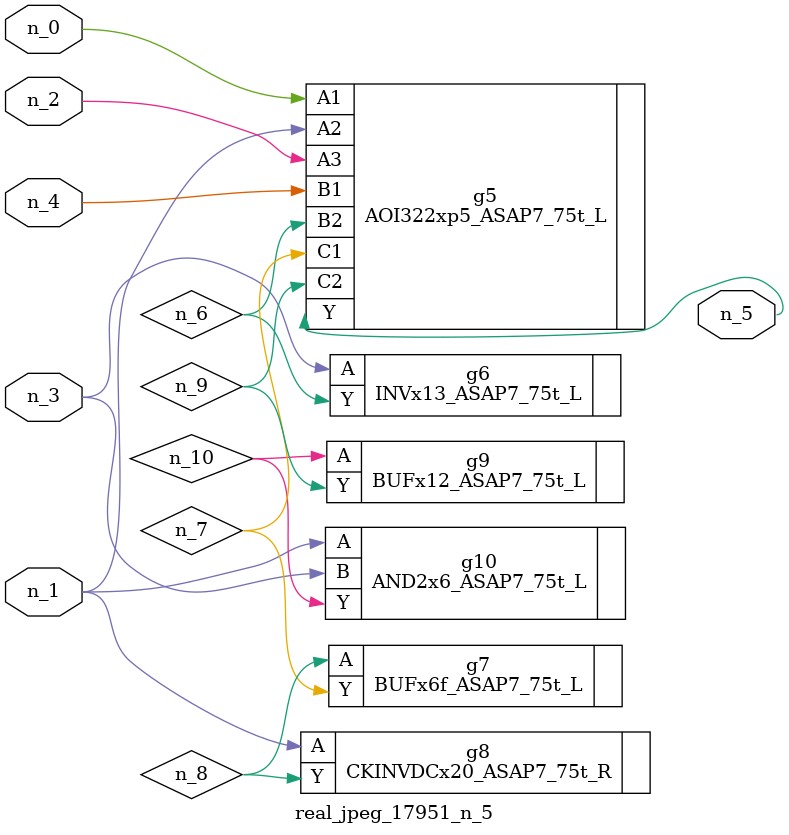
<source format=v>
module real_jpeg_17951_n_5 (n_4, n_0, n_1, n_2, n_3, n_5);

input n_4;
input n_0;
input n_1;
input n_2;
input n_3;

output n_5;

wire n_8;
wire n_6;
wire n_7;
wire n_10;
wire n_9;

AOI322xp5_ASAP7_75t_L g5 ( 
.A1(n_0),
.A2(n_1),
.A3(n_2),
.B1(n_4),
.B2(n_6),
.C1(n_7),
.C2(n_9),
.Y(n_5)
);

CKINVDCx20_ASAP7_75t_R g8 ( 
.A(n_1),
.Y(n_8)
);

AND2x6_ASAP7_75t_L g10 ( 
.A(n_1),
.B(n_3),
.Y(n_10)
);

INVx13_ASAP7_75t_L g6 ( 
.A(n_3),
.Y(n_6)
);

BUFx6f_ASAP7_75t_L g7 ( 
.A(n_8),
.Y(n_7)
);

BUFx12_ASAP7_75t_L g9 ( 
.A(n_10),
.Y(n_9)
);


endmodule
</source>
